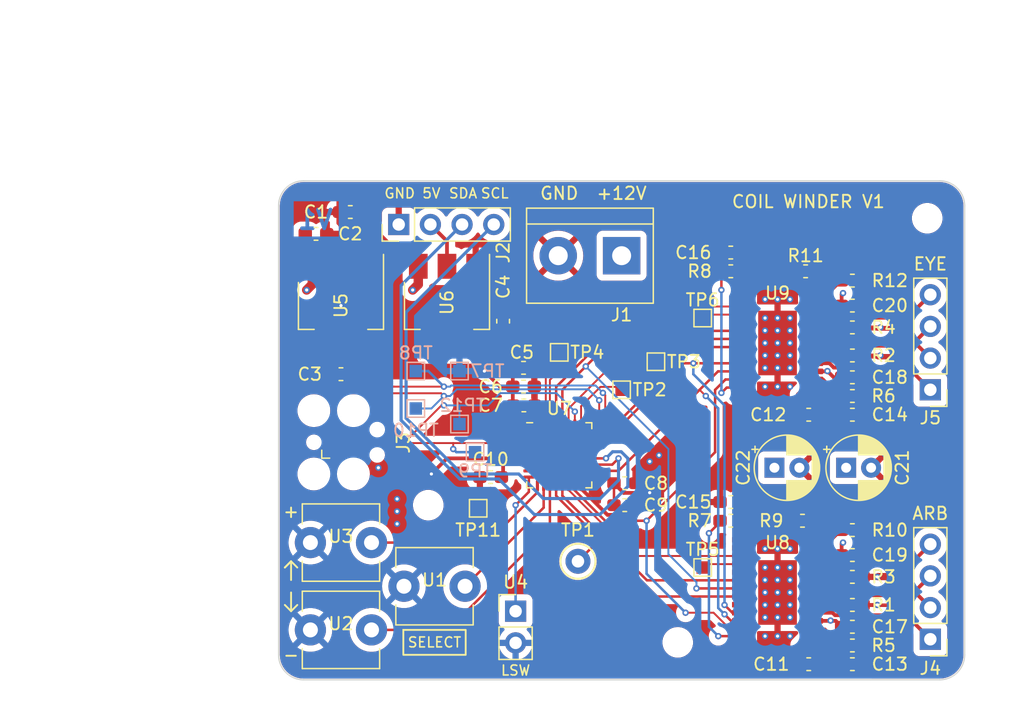
<source format=kicad_pcb>
(kicad_pcb (version 20221018) (generator pcbnew)
  (title_block (title "coilwinder") (rev "0.0") (company "SK Electronics Consuling LLC") (comment 1 "Client: __________"))
  (layers (0 "F.Cu" signal) (1 "In1.Cu" signal) (2 "In2.Cu" signal) (31 "B.Cu" signal) (36 "B.SilkS" user "B.Silkscreen") (37 "F.SilkS" user "F.Silkscreen") (38 "B.Mask" user) (39 "F.Mask" user) (44 "Edge.Cuts" user))
  (net 0 "")
  (net 1 "VDD")
  (net 2 "GND")
  (net 3 "+3V3")
  (net 4 "+5V")
  (net 5 "/I2C_SDA")
  (net 6 "/I2C_SCL")
  (net 7 "/SWDIO{slash}TMS")
  (net 8 "/NRST")
  (net 9 "/SWCLK{slash}TCK")
  (net 10 "/SWO{slash}TDO")
  (net 11 "/StepperDriver_ARBOR/A1_A")
  (net 12 "/StepperDriver_ARBOR/A2_A")
  (net 13 "/StepperDriver_ARBOR/B2_A")
  (net 14 "/StepperDriver_ARBOR/B1_A")
  (net 15 "/SEL_BTN")
  (net 16 "/DEC_BTN")
  (net 17 "/INC_BTN")
  (net 18 "/LIMIT_SW")
  (net 19 "/EYE_STEPPER_STP")
  (net 20 "/ARBOR_STEPPER_STP")
  (net 21 "/STEPPER_ENABLE")
  (net 22 "/MICROSTEP_M0")
  (net 23 "/MICROSTEP_M1")
  (net 24 "/MICROSTEP_M2")
  (net 25 "/EYE_STEPPER_SLP")
  (net 26 "/EYE_STEPPER_DIR")
  (net 27 "/ARBOR_STEPPER_DIR")
  (net 28 "Net-(U8-CP2)")
  (net 29 "Net-(U8-CP1)")
  (net 30 "Net-(U9-CP2)")
  (net 31 "Net-(U9-CP1)")
  (net 32 "Net-(U8-VCP)")
  (net 33 "Net-(U9-VCP)")
  (net 34 "Net-(U8-V3P3OUT)")
  (net 35 "Net-(U9-V3P3OUT)")
  (net 36 "/StepperDriver_EYE/A1_A")
  (net 37 "/StepperDriver_EYE/A2_A")
  (net 38 "/StepperDriver_EYE/B2_A")
  (net 39 "/StepperDriver_EYE/B1_A")
  (net 40 "Net-(U8-ISENA)")
  (net 41 "Net-(U9-ISENA)")
  (net 42 "Net-(U8-ISENB)")
  (net 43 "Net-(U9-ISENB)")
  (net 44 "Net-(U8-nHOME)")
  (net 45 "Net-(U9-nHOME)")
  (net 46 "Net-(U8-AVREF)")
  (net 47 "Net-(U9-AVREF)")
  (net 48 "Net-(U7-PA15{slash}JTDI)")
  (net 49 "Net-(U7-PB4{slash}NJRST)")
  (net 50 "Net-(U7-PH3{slash}BOOT0)")
  (net 51 "Net-(U8-nFAULT)")
  (net 52 "Net-(U9-nFAULT)")
  (net 63 "/ARBOR_STEPPER_SLP")
  (footprint "CoilWinder:TL1150AF070Q Switch" (layer "F.Cu") (at 130 107)
    (fp_text reference "U3")
    (fp_text value "~")
  )
  (footprint "Capacitor_SMD:C_0603_1608Metric_Pad1.08x0.95mm_HandSolder" (layer "F.Cu") (at 171 89.75)
    (fp_text reference "R4")
    (fp_text value "200mΩ")
  )
  (footprint "Capacitor_SMD:C_0603_1608Metric_Pad1.08x0.95mm_HandSolder" (layer "F.Cu") (at 171 113.75 180)
    (fp_text reference "C17")
    (fp_text value "0.1uF")
  )
  (footprint "Capacitor_SMD:C_0603_1608Metric_Pad1.08x0.95mm_HandSolder" (layer "F.Cu") (at 171 88 180)
    (fp_text reference "C20")
    (fp_text value "0.1uF")
  )
  (footprint "Capacitor_SMD:C_0603_1608Metric_Pad1.08x0.95mm_HandSolder" (layer "F.Cu") (at 143 89.25 -90)
    (fp_text reference "C4")
    (fp_text value "22uF")
  )
  (footprint "Capacitor_SMD:C_0603_1608Metric_Pad1.08x0.95mm_HandSolder" (layer "F.Cu") (at 167.5 116.75 180)
    (fp_text reference "C11")
    (fp_text value "0.1uF")
  )
  (footprint "CoilWinder:DRV8825" (layer "F.Cu") (at 165 91 180)
    (fp_text reference "U9")
    (fp_text value "HTSSOP (28) 9.70 mm × 6.40 mm")
  )
  (footprint "Package_DFN_QFN:UFQFPN-32-1EP_5x5mm_P0.5mm_EP3.5x3.5mm" (layer "F.Cu") (at 147.5 100)
    (fp_text reference "U7")
    (fp_text value "STM32L432KC")
  )
  (footprint "TestPoint:TestPoint_Pad_1.0x1.0mm" (layer "F.Cu") (at 155.25 92.5)
    (fp_text reference "TP3")
    (fp_text value "TestPoint")
  )
  (footprint "Capacitor_SMD:C_0603_1608Metric_Pad1.08x0.95mm_HandSolder" (layer "F.Cu") (at 171 109.75)
    (fp_text reference "R3")
    (fp_text value "200mΩ")
  )
  (footprint "Capacitor_SMD:C_0603_1608Metric_Pad1.08x0.95mm_HandSolder" (layer "F.Cu") (at 144.6375 92.99 180)
    (fp_text reference "C5")
    (fp_text value "0.01uF")
  )
  (footprint "Capacitor_SMD:C_0603_1608Metric_Pad1.08x0.95mm_HandSolder" (layer "F.Cu") (at 144.6375 94.49 180)
    (fp_text reference "C6")
    (fp_text value "0.1uF")
  )
  (footprint "MountingHole:MountingHole_2.2mm_M2" (layer "F.Cu") (at 157 115)
    (fp_text reference "H3" hide)
    (fp_text value "MountingHole")
  )
  (footprint "CoilWinder:TL1150AF070Q Switch" (layer "F.Cu") (at 130 114)
    (fp_text reference "U2")
    (fp_text value "~")
  )
  (footprint "Capacitor_SMD:C_0603_1608Metric_Pad1.08x0.95mm_HandSolder" (layer "F.Cu") (at 171 115.25)
    (fp_text reference "R5")
    (fp_text value "1MΩ")
  )
  (footprint "Capacitor_SMD:C_0603_1608Metric_Pad1.08x0.95mm_HandSolder" (layer "F.Cu") (at 161.25 103.75 180)
    (fp_text reference "C15")
    (fp_text value "0.47uF")
  )
  (footprint "Connector_PinHeader_2.54mm:PinHeader_1x04_P2.54mm_Vertical" (layer "F.Cu") (at 134.63 81.5 90)
    (fp_text reference "J2")
    (fp_text value "LCD")
  )
  (footprint "Capacitor_SMD:C_0603_1608Metric_Pad1.08x0.95mm_HandSolder" (layer "F.Cu") (at 130.75 80.5 180)
    (fp_text reference "C1")
    (fp_text value "10uF")
  )
  (footprint "MountingHole:MountingHole_2.2mm_M2" (layer "F.Cu") (at 177 81)
    (fp_text reference "H1" hide)
    (fp_text value "MountingHole")
  )
  (footprint "Capacitor_THT:CP_Radial_D5.0mm_P2.00mm" (layer "F.Cu") (at 164.75 101)
    (fp_text reference "C22")
    (fp_text value "100uF")
  )
  (footprint "Capacitor_SMD:C_0603_1608Metric_Pad1.08x0.95mm_HandSolder" (layer "F.Cu") (at 171 93.75 180)
    (fp_text reference "C18")
    (fp_text value "0.1uF")
  )
  (footprint "CoilWinder:TL1150AF070Q Switch" (layer "F.Cu") (at 137.5 110.5)
    (fp_text reference "U1")
    (fp_text value "~")
  )
  (footprint "Capacitor_SMD:C_0603_1608Metric_Pad1.08x0.95mm_HandSolder" (layer "F.Cu") (at 171 92)
    (fp_text reference "R2")
    (fp_text value "200mΩ")
  )
  (footprint "Connector_PinHeader_2.54mm:PinHeader_1x04_P2.54mm_Vertical" (layer "F.Cu") (at 177.25 94.75 180)
    (fp_text reference "J5")
    (fp_text value "Arbor Stepper Conn")
  )
  (footprint "Connector_PinHeader_2.54mm:PinHeader_1x02_P2.54mm_Vertical" (layer "F.Cu") (at 144 112.5)
    (fp_text reference "U4")
    (fp_text value "~")
  )
  (footprint "Connector_PinHeader_2.54mm:PinHeader_1x04_P2.54mm_Vertical" (layer "F.Cu") (at 177.25 114.75 180)
    (fp_text reference "J4")
    (fp_text value "Arbor Stepper Conn")
  )
  (footprint "Capacitor_SMD:C_0603_1608Metric_Pad1.08x0.95mm_HandSolder" (layer "F.Cu") (at 142 101.75)
    (fp_text reference "C10")
    (fp_text value "0.1uF")
  )
  (footprint "Capacitor_SMD:C_0603_1608Metric_Pad1.08x0.95mm_HandSolder" (layer "F.Cu") (at 144.6625 96 180)
    (fp_text reference "C7")
    (fp_text value "1uF")
  )
  (footprint "Capacitor_SMD:C_0603_1608Metric_Pad1.08x0.95mm_HandSolder" (layer "F.Cu") (at 171 116.75 180)
    (fp_text reference "C13")
    (fp_text value "0.1uF")
  )
  (footprint "TestPoint:TestPoint_Pad_1.0x1.0mm" (layer "F.Cu") (at 159 89)
    (fp_text reference "TP6")
    (fp_text value " TestPoint")
  )
  (footprint "Capacitor_SMD:C_0603_1608Metric_Pad1.08x0.95mm_HandSolder" (layer "F.Cu") (at 130 93.5)
    (fp_text reference "C3")
    (fp_text value "22uF")
  )
  (footprint "Capacitor_SMD:C_0603_1608Metric_Pad1.08x0.95mm_HandSolder" (layer "F.Cu") (at 171 106)
    (fp_text reference "R10")
    (fp_text value "30kΩ")
  )
  (footprint "CoilWinder:DRV8825" (layer "F.Cu") (at 165 111 180)
    (fp_text reference "U8")
    (fp_text value "HTSSOP (28) 9.70 mm × 6.40 mm")
  )
  (footprint "TestPoint:TestPoint_Pad_1.0x1.0mm" (layer "F.Cu") (at 141 104.25 90)
    (fp_text reference "TP11")
    (fp_text value "TestPoint")
  )
  (footprint "Package_TO_SOT_SMD:SOT-223-3_TabPin2" (layer "F.Cu") (at 130 88 -90)
    (fp_text reference "U5")
    (fp_text value "AZ1117C")
  )
  (footprint "Capacitor_SMD:C_0603_1608Metric_Pad1.08x0.95mm_HandSolder" (layer "F.Cu") (at 128 82.25)
    (fp_text reference "C2")
    (fp_text value "10uF")
  )
  (footprint "Capacitor_SMD:C_0603_1608Metric_Pad1.08x0.95mm_HandSolder" (layer "F.Cu") (at 152.75 102.24 180)
    (fp_text reference "C8")
    (fp_text value "0.1uF")
  )
  (footprint "Capacitor_SMD:C_0603_1608Metric_Pad1.08x0.95mm_HandSolder" (layer "F.Cu") (at 171 112)
    (fp_text reference "R1")
    (fp_text value "200mΩ")
  )
  (footprint "TestPoint:TestPoint_Keystone_5000-5004_Miniature" (layer "F.Cu") (at 149 108.5)
    (fp_text reference "TP1")
    (fp_text value "TestPoint")
  )
  (footprint "Capacitor_SMD:C_0603_1608Metric_Pad1.08x0.95mm_HandSolder" (layer "F.Cu") (at 167.25 85.25)
    (fp_text reference "R11")
    (fp_text value "50kΩ")
  )
  (footprint "Capacitor_SMD:C_0603_1608Metric_Pad1.08x0.95mm_HandSolder" (layer "F.Cu") (at 171 108 180)
    (fp_text reference "C19")
    (fp_text value "0.1uF")
  )
  (footprint "Capacitor_SMD:C_0603_1608Metric_Pad1.08x0.95mm_HandSolder" (layer "F.Cu") (at 171 96.75 180)
    (fp_text reference "C14")
    (fp_text value "0.1uF")
  )
  (footprint "Capacitor_SMD:C_0603_1608Metric_Pad1.08x0.95mm_HandSolder" (layer "F.Cu") (at 161.25 105.25)
    (fp_text reference "R7")
    (fp_text value "10kΩ")
  )
  (footprint "Capacitor_SMD:C_0603_1608Metric_Pad1.08x0.95mm_HandSolder" (layer "F.Cu") (at 171 86)
    (fp_text reference "R12")
    (fp_text value "30kΩ")
  )
  (footprint "Capacitor_SMD:C_0603_1608Metric_Pad1.08x0.95mm_HandSolder" (layer "F.Cu") (at 161.25 83.75 180)
    (fp_text reference "C16")
    (fp_text value "0.47uF")
  )
  (footprint "Capacitor_SMD:C_0603_1608Metric_Pad1.08x0.95mm_HandSolder" (layer "F.Cu") (at 167 105.25)
    (fp_text reference "R9")
    (fp_text value "50kΩ")
  )
  (footprint "Package_TO_SOT_SMD:SOT-223-3_TabPin2" (layer "F.Cu") (at 138.5 88 -90)
    (fp_text reference "U6")
    (fp_text value "AZ1117C")
  )
  (footprint "Capacitor_THT:CP_Radial_D5.0mm_P2.00mm" (layer "F.Cu") (at 170.5 101)
    (fp_text reference "C21")
    (fp_text value "100uF")
  )
  (footprint "Connector:Tag-Connect_TC2030-IDC-FP_2x03_P1.27mm_Vertical" (layer "F.Cu") (at 130.365 98.96)
    (fp_text reference "J3")
    (fp_text value "TagConnect")
  )
  (footprint "TestPoint:TestPoint_Pad_1.0x1.0mm" (layer "F.Cu") (at 147.5 91.75)
    (fp_text reference "TP4")
    (fp_text value "TestPoint")
  )
  (footprint "Capacitor_SMD:C_0603_1608Metric_Pad1.08x0.95mm_HandSolder" (layer "F.Cu") (at 167.5 96.75 180)
    (fp_text reference "C12")
    (fp_text value "0.1uF")
  )
  (footprint "MountingHole:MountingHole_2.2mm_M2" (layer "F.Cu") (at 137 104)
    (fp_text reference "H2" hide)
    (fp_text value "MountingHole")
  )
  (footprint "Capacitor_SMD:C_0603_1608Metric_Pad1.08x0.95mm_HandSolder" (layer "F.Cu") (at 171 95.25)
    (fp_text reference "R6")
    (fp_text value "1MΩ")
  )
  (footprint "Capacitor_SMD:C_0603_1608Metric_Pad1.08x0.95mm_HandSolder" (layer "F.Cu") (at 161.25 85.25)
    (fp_text reference "R8")
    (fp_text value "10kΩ")
  )
  (footprint "TerminalBlock:TerminalBlock_bornier-2_P5.08mm" (layer "F.Cu") (at 152.5 84 180)
    (fp_text reference "J1")
    (fp_text value "12V+ Power Conn")
  )
  (footprint "TestPoint:TestPoint_Pad_1.0x1.0mm" (layer "F.Cu") (at 159 109)
    (fp_text reference "TP5")
    (fp_text value " TestPoint")
  )
  (footprint "TestPoint:TestPoint_Pad_1.0x1.0mm" (layer "F.Cu") (at 152.5 94.75)
    (fp_text reference "TP2")
    (fp_text value "TestPoint")
  )
  (footprint "Capacitor_SMD:C_0603_1608Metric_Pad1.08x0.95mm_HandSolder" (layer "F.Cu") (at 152.75 104 180)
    (fp_text reference "C9")
    (fp_text value "4.7uF")
  )
  (footprint "TestPoint:TestPoint_Pad_1.0x1.0mm" (layer "B.Cu") (at 140.75 99.75 180)
    (fp_text reference "TP9")
    (fp_text value "TestPoint")
  )
  (footprint "TestPoint:TestPoint_Pad_1.0x1.0mm" (layer "B.Cu") (at 139.5 97.5 180)
    (fp_text reference "TP12")
    (fp_text value "TestPoint")
  )
  (footprint "TestPoint:TestPoint_Pad_1.0x1.0mm" (layer "B.Cu") (at 136 93.25 180)
    (fp_text reference "TP8")
    (fp_text value "TestPoint")
  )
  (footprint "TestPoint:TestPoint_Pad_1.0x1.0mm" (layer "B.Cu") (at 139.5 93.25 180)
    (fp_text reference "TP7")
    (fp_text value "TestPoint")
  )
  (footprint "TestPoint:TestPoint_Pad_1.0x1.0mm" (layer "B.Cu") (at 136 96.25 180)
    (fp_text reference "TP10")
    (fp_text value "TestPoint")
  )
  (gr_line (start 126 108.5) (end 125.5 109) (stroke (width 0.15)) (layer "F.SilkS"))
  (gr_line (start 126 111) (end 126 112.5) (stroke (width 0.15)) (layer "F.SilkS"))
  (gr_line (start 126 112.5) (end 125.5 112) (stroke (width 0.15)) (layer "F.SilkS"))
  (gr_line (start 126 110) (end 126 108.5) (stroke (width 0.15)) (layer "F.SilkS"))
  (gr_line (start 125.5 109) (end 126 108.5) (stroke (width 0.15)) (layer "F.SilkS"))
  (gr_line (start 126.5 112) (end 126 112.5) (stroke (width 0.15)) (layer "F.SilkS"))
  (gr_line (start 126 108.5) (end 126.5 109) (stroke (width 0.15)) (layer "F.SilkS"))
  (gr_rect (start 135 114) (end 140 116) (stroke (width 0.15)) (fill none) (layer "F.SilkS"))
  (gr_arc (start 125 80) (mid 125.585786 78.585786) (end 127 78) (stroke (width 0.1)) (layer "Edge.Cuts"))
  (gr_line (start 127 78) (end 178 78) (stroke (width 0.1)) (layer "Edge.Cuts"))
  (gr_arc (start 127 118) (mid 125.585786 117.414214) (end 125 116) (stroke (width 0.1)) (layer "Edge.Cuts"))
  (gr_line (start 125 80) (end 125 116) (stroke (width 0.1)) (layer "Edge.Cuts"))
  (gr_line (start 178 118) (end 127 118) (stroke (width 0.1)) (layer "Edge.Cuts"))
  (gr_line (start 180 80) (end 180 116) (stroke (width 0.1)) (layer "Edge.Cuts"))
  (gr_arc (start 180 116) (mid 179.414214 117.414214) (end 178 118) (stroke (width 0.1)) (layer "Edge.Cuts"))
  (gr_arc (start 178 78) (mid 179.414214 78.585786) (end 180 80) (stroke (width 0.1)) (layer "Edge.Cuts"))
  (gr_text "V1" (at 129.5 82) (layer "B.Cu") (effects (font (size 1.5 1.5) (thickness 0.3) bold) (justify left bottom mirror)))
  (gr_text "GND" (at 134.71 79) (layer "F.SilkS") (effects (font (size 0.8 0.8) (thickness 0.127))))
  (gr_text "+12V" (at 152.5 79) (layer "F.SilkS") (effects (font (size 1 1))))
  (gr_text "EYE" (at 177.25 85.25) (layer "F.SilkS") (effects (font (size 1 1)) (justify bottom)))
  (gr_text "SCL" (at 142.33 79) (layer "F.SilkS") (effects (font (size 0.8 0.8) (thickness 0.127))))
  (gr_text "-" (at 126 116) (layer "F.SilkS") (effects (font (size 1 1))))
  (gr_text "GND" (at 147.5 79) (layer "F.SilkS") (effects (font (size 1 1))))
  (gr_text "LSW" (at 144 117.25) (layer "F.SilkS") (effects (font (size 0.8 0.8) (thickness 0.127))))
  (gr_text "ARB" (at 177.25 105.25) (layer "F.SilkS") (effects (font (size 1 1)) (justify bottom)))
  (gr_text "SDA" (at 139.79 79) (layer "F.SilkS") (effects (font (size 0.8 0.8) (thickness 0.127))))
  (gr_text "SELECT" (at 137.5 115) (layer "F.SilkS") (effects (font (size 0.8 0.8) (thickness 0.127))))
  (gr_text "+" (at 126 104.5) (layer "F.SilkS") (effects (font (size 1 1))))
  (gr_text "5V" (at 137.25 79) (layer "F.SilkS") (effects (font (size 0.8 0.8) (thickness 0.127))))
  (gr_text "COIL WINDER V1" (at 161.25 80.25) (layer "F.SilkS") (effects (font (size 1 1)) (justify left bottom)))
  (segment (start 135.6752 84.85) (end 136.2 84.85) (width 0.3) (layer "F.Cu") (net 1))
  (segment (start 169.221676 108.725) (end 169.946676 108) (width 0.3) (layer "F.Cu") (net 1))
  (segment (start 168.975 93.275) (end 169 93.25) (width 0.3) (layer "F.Cu") (net 1))
  (segment (start 127.1375 82.25) (end 127.7 82.8125) (width 0.25) (layer "F.Cu") (net 1))
  (segment (start 136.2 86.3) (end 135.75 86.75) (width 0.75) (layer "F.Cu") (net 1))
  (segment (start 171.8625 95.25) (end 171.6375 95.25) (width 0.3) (layer "F.Cu") (net 1))
  (segment (start 167.9 108.725) (end 169.221676 108.725) (width 0.3) (layer "F.Cu") (net 1))
  (segment (start 131.6125 80.7873) (end 135.6752 84.85) (width 0.3) (layer "F.Cu") (net 1))
  (segment (start 170.1375 113.75) (end 170.3625 113.75) (width 0.3) (layer "F.Cu") (net 1))
  (segment (start 171.8625 95.25) (end 171.8625 96.75) (width 0.3) (layer "F.Cu") (net 1))
  (segment (start 169.358579 88) (end 170.1375 88) (width 0.3) (layer "F.Cu") (net 1))
  (segment (start 169.5 93.75) (end 169 93.25) (width 0.3) (layer "F.Cu") (net 1))
  (segment (start 127.7 82.8125) (end 127.7 84.85) (width 0.25) (layer "F.Cu") (net 1))
  (segment (start 169.25 113.25) (end 169.225 113.275) (width 0.3) (layer "F.Cu") (net 1))
  (segment (start 127.7 86.3) (end 127.25 86.75) (width 0.75) (layer "F.Cu") (net 1))
  (segment (start 127.7 84.85) (end 127.7 86.3) (width 0.75) (layer "F.Cu") (net 1))
  (segment (start 170.1375 93.75) (end 169.5 93.75) (width 0.3) (layer "F.Cu") (net 1))
  (segment (start 170.1375 108) (end 170.1375 107.1125) (width 0.3) (layer "F.Cu") (net 1))
  (segment (start 136.2 84.85) (end 136.2 86.3) (width 0.75) (layer "F.Cu") (net 1))
  (segment (start 171.8625 116.75) (end 171.8625 115.25) (width 0.3) (layer "F.Cu") (net 1))
  (segment (start 169.946676 108) (end 170.1375 108) (width 0.3) (layer "F.Cu") (net 1))
  (segment (start 169.6625 113.275) (end 169.275 113.275) (width 0.3) (layer "F.Cu") (net 1))
  (segment (start 169.225 113.275) (end 167.9 113.275) (width 0.3) (layer "F.Cu") (net 1))
  (segment (start 170.1375 107.1125) (end 170.25 107) (width 0.3) (layer "F.Cu") (net 1))
  (segment (start 170.1375 113.75) (end 169.6625 113.275) (width 0.3) (layer "F.Cu") (net 1))
  (segment (start 171.6375 95.25) (end 170.1375 93.75) (width 0.3) (layer "F.Cu") (net 1))
  (segment (start 170.1375 88) (end 170.1375 87.1125) (width 0.3) (layer "F.Cu") (net 1))
  (segment (start 169.275 113.275) (end 169.25 113.25) (width 0.3) (layer "F.Cu") (net 1))
  (segment (start 167.9 88.725) (end 168.633579 88.725) (width 0.3) (layer "F.Cu") (net 1))
  (segment (start 168.633579 88.725) (end 169.358579 88) (width 0.3) (layer "F.Cu") (net 1))
  (segment (start 167.9 93.275) (end 168.975 93.275) (width 0.3) (layer "F.Cu") (net 1))
  (segment (start 131.6125 80.5) (end 131.6125 80.7873) (width 0.3) (layer "F.Cu") (net 1))
  (segment (start 170.1375 87.1125) (end 170.25 87) (width 0.3) (layer "F.Cu") (net 1))
  (segment (start 170.3625 113.75) (end 171.8625 115.25) (width 0.3) (layer "F.Cu") (net 1))
  (via (at 127.25 86.75) (size 0.508) (drill 0.254) (layers "F.Cu" "B.Cu") (net 1))
  (via (at 135.75 86.75) (size 0.508) (drill 0.254) (layers "F.Cu" "B.Cu") (net 1))
  (via (at 170.25 107) (size 0.508) (drill 0.254) (layers "F.Cu" "B.Cu") (net 1))
  (via (at 169 93.25) (size 0.508) (drill 0.254) (layers "F.Cu" "B.Cu") (net 1))
  (via (at 169.25 113.25) (size 0.508) (drill 0.254) (layers "F.Cu" "B.Cu") (net 1))
  (via (at 170.25 87) (size 0.508) (drill 0.254) (layers "F.Cu" "B.Cu") (net 1))
  (segment (start 145.75 97.5625) (end 145.7524 97.5649) (width 0.2) (layer "F.Cu") (net 2))
  (segment (start 155.073667 102.2186) (end 155.5314 102.676333) (width 0.75) (layer "F.Cu") (net 2))
  (segment (start 163.275 115.225) (end 164 114.5) (width 0.45) (layer "F.Cu") (net 2))
  (segment (start 171.8625 113.75) (end 171.8625 113.8625) (width 0.3) (layer "F.Cu") (net 2))
  (segment (start 145.525 96) (end 145.525 97.3375) (width 0.3) (layer "F.Cu") (net 2))
  (segment (start 162.1 115.225) (end 163.275 115.225) (width 0.45) (layer "F.Cu") (net 2))
  (segment (start 171.8625 112) (end 173 112) (width 0.3) (layer "F.Cu") (net 2))
  (segment (start 171.8625 113.8625) (end 173 115) (width 0.3) (layer "F.Cu") (net 2))
  (segment (start 145.525 97.3375) (end 145.75 97.5625) (width 0.3) (layer "F.Cu") (net 2))
  (segment (start 167.9 86.775) (end 166.725 86.775) (width 0.45) (layer "F.Cu") (net 2))
  (segment (start 166.725 106.775) (end 166 107.5) (width 0.45) (layer "F.Cu") (net 2))
  (segment (start 145.7524 97.5649) (end 145.7524 98.2524) (width 0.2) (layer "F.Cu") (net 2))
  (segment (start 166.725 86.775) (end 166 87.5) (width 0.45) (layer "F.Cu") (net 2))
  (segment (start 154.855067 104) (end 153.6125 104) (width 0.75) (layer "F.Cu") (net 2))
  (segment (start 155.5314 103.323667) (end 154.855067 104) (width 0.75) (layer "F.Cu") (net 2))
  (segment (start 171.8625 109.75) (end 173 109.75) (width 0.3) (layer "F.Cu") (net 2))
  (segment (start 167.9 106.775) (end 166.725 106.775) (width 0.45) (layer "F.Cu") (net 2))
  (segment (start 131.635 99.727486) (end 132.907514 101) (width 0.2) (layer "F.Cu") (net 2))
  (segment (start 151.363866 104.7774) (end 152.8351 104.7774) (width 0.3) (layer "F.Cu") (net 2))
  (segment (start 131.635 99.595) (end 131.635 99.727486) (width 0.2) (layer "F.Cu") (net 2))
  (segment (start 152.8351 104.7774) (end 153.6125 104) (width 0.3) (layer "F.Cu") (net 2))
  (segment (start 149.25 102.663534) (end 151.363866 104.7774) (width 0.3) (layer "F.Cu") (net 2))
  (segment (start 171.8625 92) (end 173.25 92) (width 0.3) (layer "F.Cu") (net 2))
  (segment (start 162.1 95.225) (end 163.275 95.225) (width 0.45) (layer "F.Cu") (net 2))
  (segment (start 145.5 92.99) (end 145.5 95.975) (width 0.3) (layer "F.Cu") (net 2))
  (segment (start 145.5 95.975) (end 145.525 96) (width 0.3) (layer "F.Cu") (net 2))
  (segment (start 145.7524 98.2524) (end 147.5 100) (width 0.2) (layer "F.Cu") (net 2))
  (segment (start 149.25 102.4375) (end 149.25 102.663534) (width 0.3) (layer "F.Cu") (net 2))
  (segment (start 149.25 102.4375) (end 149.25 102.592822) (width 0.2) (layer "F.Cu") (net 2))
  (segment (start 163.275 95.225) (end 164 94.5) (width 0.45) (layer "F.Cu") (net 2))
  (segment (start 153.6339 102.2186) (end 155.073667 102.2186) (width 0.75) (layer "F.Cu") (net 2))
  (segment (start 153.6125 102.24) (end 153.6339 102.2186) (width 0.75) (layer "F.Cu") (net 2))
  (segment (start 132.907514 101) (end 133 101) (width 0.2) (layer "F.Cu") (net 2))
  (segment (start 155.5314 102.676333) (end 155.5314 103.323667) (width 0.75) (layer "F.Cu") (net 2))
  (segment (start 171.8625 89.75) (end 173.25 89.75) (width 0.3) (layer "F.Cu") (net 2))
  (via (at 165 91) (size 0.508) (drill 0.254) (layers "F.Cu" "B.Cu") (net 2))
  (via (at 133 101) (size 0.508) (drill 0.254) (layers "F.Cu" "B.Cu") (net 2))
  (via (at 164 112) (size 0.508) (drill 0.254) (layers "F.Cu" "B.Cu") (net 2))
  (via (at 166 113) (size 0.508) (drill 0.254) (layers "F.Cu" "B.Cu") (net 2))
  (via (at 164 92) (size 0.508) (drill 0.254) (layers "F.Cu" "B.Cu") (net 2))
  (via (at 166 87.5) (size 0.508) (drill 0.254) (layers "F.Cu" "B.Cu") (net 2))
  (via (at 155.5 100) (size 0.508) (drill 0.254) (layers "F.Cu" "B.Cu") (net 2))
  (via (at 164 90) (size 0.508) (drill 0.254) (layers "F.Cu" "B.Cu") (net 2))
  (via (at 164 109) (size 0.508) (drill 0.254) (layers "F.Cu" "B.Cu") (net 2))
  (via (at 165 90) (size 0.508) (drill 0.254) (layers "F.Cu" "B.Cu") (net 2))
  (via (at 165 93) (size 0.508) (drill 0.254) (layers "F.Cu" "B.Cu") (net 2))
  (via (at 164 111) (size 0.508) (drill 0.254) (layers "F.Cu" "B.Cu") (net 2))
  (via (at 166 91) (size 0.508) (drill 0.254) (layers "F.Cu" "B.Cu") (net 2))
  (via (at 164 110) (size 0.508) (drill 0.254) (layers "F.Cu" "B.Cu") (net 2))
  (via (at 164 89) (size 0.508) (drill 0.254) (layers "F.Cu" "B.Cu") (net 2))
  (via (at 165 92) (size 0.508) (drill 0.254) (layers "F.Cu" "B.Cu") (net 2))
  (via (at 166 93) (size 0.508) (drill 0.254) (layers "F.Cu" "B.Cu") (net 2))
  (via (at 165 87.5) (size 0.508) (drill 0.254) (layers "F.Cu" "B.Cu") (net 2))
  (via (at 165 109) (size 0.508) (drill 0.254) (layers "F.Cu" "B.Cu") (net 2))
  (via (at 166 114.5) (size 0.508) (drill 0.254) (layers "F.Cu" "B.Cu") (net 2))
  (via (at 165 111) (size 0.508) (drill 0.254) (layers "F.Cu" "B.Cu") (net 2))
  (via (at 166 90) (size 0.508) (drill 0.254) (layers "F.Cu" "B.Cu") (net 2))
  (via (at 173.25 89.75) (size 0.508) (drill 0.254) (layers "F.Cu" "B.Cu") (net 2))
  (via (at 134.5 103.5) (size 0.508) (drill 0.254) (layers "F.Cu" "B.Cu") (net 2))
  (via (at 165 112) (size 0.508) (drill 0.254) (layers "F.Cu" "B.Cu") (net 2))
  (via (at 164 107.5) (size 0.508) (drill 0.254) (layers "F.Cu" "B.Cu") (net 2))
  (via (at 165 89) (size 0.508) (drill 0.254) (layers "F.Cu" "B.Cu") (net 2))
  (via (at 165 94.5) (size 0.508) (drill 0.254) (layers "F.Cu" "B.Cu") (net 2))
  (via (at 164 87.5) (size 0.508) (drill 0.254) (layers "F.Cu" "B.Cu") (net 2))
  (via (at 165 113) (size 0.508) (drill 0.254) (layers "F.Cu" "B.Cu") (net 2))
  (via (at 173.25 92) (size 0.508) (drill 0.254) (layers "F.Cu" "B.Cu") (net 2))
  (via (at 173 109.75) (size 0.508) (drill 0.254) (layers "F.Cu" "B.Cu") (net 2))
  (via (at 164 93) (size 0.508) (drill 0.254) (layers "F.Cu" "B.Cu") (net 2))
  (via (at 164 113) (size 0.508) (drill 0.254) (layers "F.Cu" "B.Cu") (net 2))
  (via (at 165 107.5) (size 0.508) (drill 0.254) (layers "F.Cu" "B.Cu") (net 2))
  (via (at 154.75 100.5) (size 0.508) (drill 0.254) (layers "F.Cu" "B.Cu") (net 2))
  (via (at 165 114.5) (size 0.508) (drill 0.254) (layers "F.Cu" "B.Cu") (net 2))
  (via (at 164 94.5) (size 0.508) (drill 0.254) (layers "F.Cu" "B.Cu") (net 2))
  (via (at 166 110) (size 0.508) (drill 0.254) (layers "F.Cu" "B.Cu") (net 2))
  (via (at 134.5 104.5) (size 0.508) (drill 0.254) (layers "F.Cu" "B.Cu") (net 2))
  (via (at 164 91) (size 0.508) (drill 0.254) (layers "F.Cu" "B.Cu") (net 2))
  (via (at 166 92) (size 0.508) (drill 0.254) (layers "F.Cu" "B.Cu") (net 2))
  (via (at 165 110) (size 0.508) (drill 0.254) (layers "F.Cu" "B.Cu") (net 2))
  (via (at 164 114.5) (size 0.508) (drill 0.254) (layers "F.Cu" "B.Cu") (net 2))
  (via (at 166 89) (size 0.508) (drill 0.254) (layers "F.Cu" "B.Cu") (net 2))
  (via (at 134.5 105.5) (size 0.508) (drill 0.254) (layers "F.Cu" "B.Cu") (net 2))
  (via (at 166 107.5) (size 0.508) (drill 0.254) (layers "F.Cu" "B.Cu") (net 2))
  (via (at 166 109) (size 0.508) (drill 0.254) (layers "F.Cu" "B.Cu") (net 2))
  (via (at 173 112) (size 0.508) (drill 0.254) (layers "F.Cu" "B.Cu") (net 2))
  (via (at 166 111) (size 0.508) (drill 0.254) (layers "F.Cu" "B.Cu") (net 2))
  (via (at 166 94.5) (size 0.508) (drill 0.254) (layers "F.Cu" "B.Cu") (net 2))
  (via (at 166 112) (size 0.508) (drill 0.254) (layers "F.Cu" "B.Cu") (net 2))
  (segment (start 129.1375 92.0125) (end 130 91.15) (width 0.3) (layer "F.Cu") (net 3))
  (segment (start 151.8875 102.24) (end 151.8875 104) (width 0.2) (layer "F.Cu") (net 3))
  (segment (start 130 84.85) (end 130 88) (width 0.75) (layer "F.Cu") (net 3))
  (segment (start 151.8875 102.24) (end 152.6649 103.0174) (width 0.3) (layer "F.Cu") (net 3))
  (segment (start 143.5 100.25) (end 138.5 100.25) (width 0.3) (layer "F.Cu") (net 3))
  (segment (start 129.488699 105.061301) (end 127.55 107) (width 0.25) (layer "F.Cu") (net 3))
  (segment (start 129.095 99.595) (end 129.488699 99.988699) (width 0.25) (layer "F.Cu") (net 3))
  (segment (start 143 101.6125) (end 142.8625 101.75) (width 0.3) (layer "F.Cu") (net 3))
  (segment (start 152.6649 103.0174) (end 154.7326 103.0174) (width 0.3) (layer "F.Cu") (net 3))
  (segment (start 130 91.15) (end 130 88) (width 0.75) (layer "F.Cu") (net 3))
  (segment (start 142.74 94.49) (end 141.5 93.25) (width 0.3) (layer "F.Cu") (net 3))
  (segment (start 143.8 96) (end 143.8 96.9875) (width 0.3) (layer "F.Cu") (net 3))
  (segment (start 129.488699 103.25) (end 129.488699 105.061301) (width 0.25) (layer "F.Cu") (net 3))
  (segment (start 138.5 100.25) (end 137.25 101.5) (width 0.3) (layer "F.Cu") (net 3))
  (segment (start 129.488699 99.988699) (end 129.488699 103.25) (width 0.25) (layer "F.Cu") (net 3))
  (segment (start 149.9375 101.75) (end 151.3975 101.75) (width 0.3) (layer "F.Cu") (net 3))
  (segment (start 151.3975 101.75) (end 151.8875 102.24) (width 0.3) (layer "F.Cu") (net 3))
  (segment (start 143.775 94.49) (end 142.74 94.49) (width 0.3) (layer "F.Cu") (net 3))
  (segment (start 143 100.75) (end 143 101.6125) (width 0.3) (layer "F.Cu") (net 3))
  (segment (start 143.8 96.9875) (end 145.0625 98.25) (width 0.3) (layer "F.Cu") (net 3))
  (segment (start 143.662147 95.862147) (end 143.8 96) (width 0.3) (layer "F.Cu") (net 3))
  (segment (start 154.7326 103.0174) (end 154.75 103) (width 0.3) (layer "F.Cu") (net 3))
  (segment (start 143.5 100.25) (end 145.0625 100.25) (width 0.3) (layer "F.Cu") (net 3))
  (segment (start 143 100.75) (end 143.5 100.25) (width 0.3) (layer "F.Cu") (net 3))
  (segment (start 143.775 92.99) (end 143.775 95.975) (width 0.3) (layer "F.Cu") (net 3))
  (segment (start 143.775 95.975) (end 143.8 96) (width 0.3) (layer "F.Cu") (net 3))
  (segment (start 129.1375 93.5) (end 129.1375 92.0125) (width 0.3) (layer "F.Cu") (net 3))
  (via (at 141.5 93.25) (size 0.508) (drill 0.254) (layers "F.Cu" "B.Cu") (net 3))
  (via (at 137.25 101.5) (size 0.508) (drill 0.254) (layers "F.Cu" "B.Cu") (net 3))
  (via (at 154.75 103) (size 0.508) (drill 0.254) (layers "F.Cu" "B.Cu") (net 3))
  (via (at 130 88) (size 0.508) (drill 0.254) (layers "F.Cu" "B.Cu") (net 3))
  (segment (start 139.5 93.25) (end 141.5 93.25) (width 0.3) (layer "B.Cu") (net 3))
  (segment (start 138.5 91.15) (end 140.2375 91.15) (width 0.25) (layer "F.Cu") (net 4))
  (segment (start 140.2375 91.15) (end 143 88.3875) (width 0.25) (layer "F.Cu") (net 4))
  (segment (start 138.5 84.85) (end 142.0375 88.3875) (width 0.25) (layer "F.Cu") (net 4))
  (segment (start 138.5 84.85) (end 138.5 82.83) (width 0.3) (layer "F.Cu") (net 4))
  (segment (start 138.5 82.83) (end 137.17 81.5) (width 0.3) (layer "F.Cu") (net 4))
  (segment (start 142.0375 88.3875) (end 143 88.3875) (width 0.25) (layer "F.Cu") (net 4))
  (segment (start 151.2441 100.25) (end 149.9375 100.25) (width 0.2) (layer "F.Cu") (net 5))
  (segment (start 151.25 100.2441) (end 151.2441 100.25) (width 0.2) (layer "F.Cu") (net 5))
  (via (at 151.25 100.2441) (size 0.508) (drill 0.254) (layers "F.Cu" "B.Cu") (net 5))
  (segment (start 134.8202 97.19408) (end 134.8202 86.3898) (width 0.25) (layer "B.Cu") (net 5))
  (segment (start 145.501514 104.75) (end 142.653914 101.9024) (width 0.25) (layer "B.Cu") (net 5))
  (segment (start 152.470114 99.7186) (end 153 100.248486) (width 0.25) (layer "B.Cu") (net 5))
  (segment (start 151.7755 99.7186) (end 152.470114 99.7186) (width 0.25) (layer "B.Cu") (net 5))
  (segment (start 150.751514 104.75) (end 145.501514 104.75) (width 0.25) (layer "B.Cu") (net 5))
  (segment (start 134.8202 86.3898) (end 139.71 81.5) (width 0.25) (layer "B.Cu") (net 5))
  (segment (start 153 100.248486) (end 153 102.501514) (width 0.25) (layer "B.Cu") (net 5))
  (segment (start 151.25 100.2441) (end 151.7755 99.7186) (width 0.25) (layer "B.Cu") (net 5))
  (segment (start 139.528521 101.902401) (end 134.8202 97.19408) (width 0.25) (layer "B.Cu") (net 5))
  (segment (start 142.653914 101.9024) (end 139.528521 101.902401) (width 0.25) (layer "B.Cu") (net 5))
  (segment (start 153 102.501514) (end 150.751514 104.75) (width 0.25) (layer "B.Cu") (net 5))
  (segment (start 151.75 100.75) (end 149.9375 100.75) (width 0.2) (layer "F.Cu") (net 6))
  (segment (start 152.25 100.25) (end 151.75 100.75) (width 0.2) (layer "F.Cu") (net 6))
  (via (at 152.25 100.25) (size 0.508) (drill 0.254) (layers "F.Cu" "B.Cu") (net 6))
  (segment (start 135.2226 97.0274) (end 135.2226 88.5274) (width 0.25) (layer "B.Cu") (net 6))
  (segment (start 152.25 100.25) (end 152.25 102.001514) (width 0.25) (layer "B.Cu") (net 6))
  (segment (start 139.6952 101.5) (end 135.2226 97.0274) (width 0.25) (layer "B.Cu") (net 6))
  (segment (start 150.782914 103.4686) (end 146.2186 103.4686) (width 0.25) (layer "B.Cu") (net 6))
  (segment (start 135.2226 88.5274) (end 142.25 81.5) (width 0.25) (layer "B.Cu") (net 6))
  (segment (start 152.25 102.001514) (end 150.782914 103.4686) (width 0.25) (layer "B.Cu") (net 6))
  (segment (start 144.25 101.5) (end 139.6952 101.5) (width 0.25) (layer "B.Cu") (net 6))
  (segment (start 146.2186 103.4686) (end 144.25 101.5) (width 0.25) (layer "B.Cu") (net 6))
  (segment (start 129.21565 95.53435) (end 129.21565 98.20435) (width 0.1524) (layer "F.Cu") (net 7))
  (segment (start 151.187482 95.187482) (end 151.187482 97.849196) (width 0.1524) (layer "F.Cu") (net 7))
  (segment (start 130.02545 94.72455) (end 130.25 94.5) (width 0.1524) (layer "F.Cu") (net 7))
  (segment (start 130.25 94.5) (end 134.25 94.5) (width 0.1524) (layer "F.Cu") (net 7))
  (segment (start 134.75 94.5) (end 138.25 94.5) (width 0.1524) (layer "F.Cu") (net 7))
  (segment (start 130.02545 94.72455) (end 129.21565 95.53435) (width 0.1524) (layer "F.Cu") (net 7))
  (segment (start 134.25 94.5) (end 134.75 94.5) (width 0.1524) (layer "F.Cu") (net 7))
  (segment (start 151.187482 97.849196) (end 150.286678 98.75) (width 0.1524) (layer "F.Cu") (net 7))
  (segment (start 129.21565 98.20435) (end 129.095 98.325) (width 0.1524) (layer "F.Cu") (net 7))
  (segment (start 151 95) (end 151.187482 95.187482) (width 0.1524) (layer "F.Cu") (net 7))
  (segment (start 150.286678 98.75) (end 149.9375 98.75) (width 0.1524) (layer "F.Cu") (net 7))
  (via (at 138.25 94.5) (size 0.508) (drill 0.254) (layers "F.Cu" "B.Cu") (net 7))
  (via (at 151 95) (size 0.508) (drill 0.254) (layers "F.Cu" "B.Cu") (net 7))
  (segment (start 138.8422 94.4078) (end 150.4078 94.4078) (width 0.1524) (layer "B.Cu") (net 7))
  (segment (start 150.4078 94.4078) (end 151 95) (width 0.1524) (layer "B.Cu") (net 7))
  (segment (start 137 93.25) (end 136 93.25) (width 0.2) (layer "B.Cu") (net 7))
  (segment (start 138.75 94.5) (end 138.8422 94.4078) (width 0.1524) (layer "B.Cu") (net 7))
  (segment (start 138.25 94.5) (end 138.75 94.5) (width 0.1524) (layer "B.Cu") (net 7))
  (segment (start 138.25 94.5) (end 137 93.25) (width 0.2) (layer "B.Cu") (net 7))
  (segment (start 130.365 99.595) (end 131.0127 98.9473) (width 0.1524) (layer "F.Cu") (net 8))
  (segment (start 139 99.5) (end 139 99.023499) (width 0.1524) (layer "F.Cu") (net 8))
  (segment (start 143.773499 99.023499) (end 144.5 99.75) (width 0.1524) (layer "F.Cu") (net 8))
  (segment (start 131.0127 98.9473) (end 131.826248 98.9473) (width 0.1524) (layer "F.Cu") (net 8))
  (segment (start 144.5 99.75) (end 145.0625 99.75) (width 0.1524) (layer "F.Cu") (net 8))
  (segment (start 139 99.023499) (end 143.773499 99.023499) (width 0.1524) (layer "F.Cu") (net 8))
  (segment (start 131.902447 99.023499) (end 137.5 99.023499) (width 0.1524) (layer "F.Cu") (net 8))
  (segment (start 137.5 99.023499) (end 139 99.023499) (width 0.1524) (layer "F.Cu") (net 8))
  (segment (start 131.826248 98.9473) (end 131.902447 99.023499) (width 0.1524) (layer "F.Cu") (net 8))
  (via (at 139 99.5) (size 0.508) (drill 0.254) (layers "F.Cu" "B.Cu") (net 8))
  (segment (start 140.75 99.75) (end 139.25 99.75) (width 0.2) (layer "B.Cu") (net 8))
  (segment (start 139.25 99.75) (end 139 99.5) (width 0.2) (layer "B.Cu") (net 8))
  (segment (start 150.704882 97.482618) (end 149.9375 98.25) (width 0.1524) (layer "F.Cu") (net 9))
  (segment (start 138.02935 95.02935) (end 138.25 95.25) (width 0.1524) (layer "F.Cu") (net 9))
  (segment (start 150.704882 95.590235) (end 150.704882 97.482618) (width 0.1524) (layer "F.Cu") (net 9))
  (segment (start 130.365 98.325) (end 129.60935 97.56935) (width 0.1524) (layer "F.Cu") (net 9))
  (segment (start 129.60935 97.56935) (end 129.60935 95.843974) (width 0.1524) (layer "F.Cu") (net 9))
  (segment (start 129.60935 95.843974) (end 130.423974 95.02935) (width 0.1524) (layer "F.Cu") (net 9))
  (segment (start 130.423974 95.02935) (end 138.02935 95.02935) (width 0.1524) (layer "F.Cu") (net 9))
  (via (at 150.704882 95.590235) (size 0.508) (drill 0.254) (layers "F.Cu" "B.Cu") (net 9))
  (via (at 138.25 95.25) (size 0.508) (drill 0.254) (layers "F.Cu" "B.Cu") (net 9))
  (segment (start 136 96.25) (end 137.25 96.25) (width 0.1524) (layer "B.Cu") (net 9))
  (segment (start 137.25 96.25) (end 138.25 95.25) (width 0.1524) (layer "B.Cu") (net 9))
  (segment (start 138.75 95.25) (end 138.25 95.25) (width 0.1524) (layer "B.Cu") (net 9))
  (segment (start 139.2874 94.7126) (end 149.827247 94.7126) (width 0.1524) (layer "B.Cu") (net 9))
  (segment (start 149.827247 94.7126) (end 150.704882 95.590235) (width 0.1524) (layer "B.Cu") (net 9))
  (segment (start 138.844097 95.155903) (end 138.75 95.25) (width 0.1524) (layer "B.Cu") (net 9))
  (segment (start 138.844097 95.155903) (end 139.2874 94.7126) (width 0.1524) (layer "B.Cu") (net 9))
  (segment (start 148.75 96.5) (end 148.75 97.5625) (width 0.1524) (layer "F.Cu") (net 10))
  (segment (start 131.635 98.325) (end 132.028699 98.718699) (width 0.1524) (layer "F.Cu") (net 10))
  (segment (start 138.25 96) (end 138.061806 96) (width 0.1524) (layer "F.Cu") (net 10))
  (segment (start 138.061806 96) (end 135.343107 98.718699) (width 0.1524) (layer "F.Cu") (net 10))
  (segment (start 132.028699 98.718699) (end 135.343107 98.718699) (width 0.1524) (layer "F.Cu") (net 10))
  (via (at 148.75 96.5) (size 0.508) (drill 0.254) (layers "F.Cu" "B.Cu") (net 10))
  (via (at 138.25 96) (size 0.508) (drill 0.254) (layers "F.Cu" "B.Cu") (net 10))
  (segment (start 141.7925 96) (end 142.7751 95.0174) (width 0.1524) (layer "B.Cu") (net 10))
  (segment (start 138.25 96) (end 139.5 96) (width 0.1524) (layer "B.Cu") (net 10))
  (segment (start 139.5 97.5) (end 139.5 96) (width 0.1524) (layer "B.Cu") (net 10))
  (segment (start 139.5 96) (end 141.7925 96) (width 0.1524) (layer "B.Cu") (net 10))
  (segment (start 147.2674 95.0174) (end 148.75 96.5) (width 0.1524) (layer "B.Cu") (net 10))
  (segment (start 142.7751 95.0174) (end 147.2674 95.0174) (width 0.1524) (layer "B.Cu") (net 10))
  (segment (start 169.609469 112.8226) (end 169.411869 112.625) (width 0.3) (layer "F.Cu") (net 11))
  (segment (start 169.411869 112.625) (end 167.9 112.625) (width 0.3) (layer "F.Cu") (net 11))
  (segment (start 177.25 114.75) (end 175.3226 112.8226) (width 0.3) (layer "F.Cu") (net 11))
  (segment (start 175.3226 112.8226) (end 169.609469 112.8226) (width 0.3) (layer "F.Cu") (net 11))
  (segment (start 167.9 111.325) (end 168.0024 111.2226) (width 0.3) (layer "F.Cu") (net 12))
  (segment (start 168.0024 111.2226) (end 176.2626 111.2226) (width 0.3) (layer "F.Cu") (net 12))
  (segment (start 176.2626 111.2226) (end 177.25 112.21) (width 0.3) (layer "F.Cu") (net 12))
  (segment (start 176.245 110.675) (end 167.9 110.675) (width 0.3) (layer "F.Cu") (net 13))
  (segment (start 177.25 109.67) (end 176.245 110.675) (width 0.3) (layer "F.Cu") (net 13))
  (segment (start 175.6026 108.7774) (end 169.809066 108.7774) (width 0.3) (layer "F.Cu") (net 14))
  (segment (start 169.809066 108.7774) (end 169.211466 109.375) (width 0.3) (layer "F.Cu") (net 14))
  (segment (start 169.211466 109.375) (end 167.9 109.375) (width 0.3) (layer "F.Cu") (net 14))
  (segment (start 177.25 107.13) (end 175.6026 108.7774) (width 0.3) (layer "F.Cu") (net 14))
  (segment (start 146.25 104.2) (end 139.95 110.5) (width 0.2) (layer "F.Cu") (net 15))
  (segment (start 146.25 102.4375) (end 146.25 104.2) (width 0.2) (layer "F.Cu") (net 15))
  (segment (start 146.75 105.824715) (end 138.574715 114) (width 0.2) (layer "F.Cu") (net 16))
  (segment (start 138.574715 114) (end 132.45 114) (width 0.2) (layer "F.Cu") (net 16))
  (segment (start 146.75 102.4375) (end 146.75 105.824715) (width 0.2) (layer "F.Cu") (net 16))
  (segment (start 145.75 102.973369) (end 141.723369 107) (width 0.2) (layer "F.Cu") (net 17))
  (segment (start 141.723369 107) (end 132.45 107) (width 0.2) (layer "F.Cu") (net 17))
  (segment (start 145.75 102.4375) (end 145.75 102.973369) (width 0.2) (layer "F.Cu") (net 17))
  (segment (start 144 104) (end 145.0625 102.9375) (width 0.2) (layer "F.Cu") (net 18))
  (segment (start 145.0625 102.9375) (end 145.0625 101.75) (width 0.2) (layer "F.Cu") (net 18))
  (via (at 144 104) (size 0.508) (drill 0.254) (layers "F.Cu" "B.Cu") (net 18))
  (segment (start 144 104) (end 144 112.5) (width 0.2) (layer "B.Cu") (net 18))
  (segment (start 162.1 91.325) (end 158.245336 91.325) (width 0.2) (layer "F.Cu") (net 19))
  (segment (start 158.245336 91.325) (end 150.320336 99.25) (width 0.2) (layer "F.Cu") (net 19))
  (segment (start 150.320336 99.25) (end 149.9375 99.25) (width 0.2) (layer "F.Cu") (net 19))
  (segment (start 147.25 103.243472) (end 150.753264 106.746736) (width 0.2) (layer "F.Cu") (net 20))
  (segment (start 150.753264 106.746736) (end 151.003264 106.996736) (width 0.2) (layer "F.Cu") (net 20))
  (segment (start 147.25 102.4375) (end 147.25 103.243472) (width 0.2) (layer "F.Cu") (net 20))
  (segment (start 155.331528 111.325) (end 162.1 111.325) (width 0.2) (layer "F.Cu") (net 20))
  (segment (start 151.003264 106.996736) (end 155.331528 111.325) (width 0.2) (layer "F.Cu") (net 20))
  (segment (start 149 108.5) (end 150.753264 106.746736) (width 0.2) (layer "F.Cu") (net 20))
  (segment (start 149.625 92.875) (end 151.825 90.675) (width 0.2) (layer "F.Cu") (net 21))
  (segment (start 147.75 94.75) (end 147.75 97.5625) (width 0.2) (layer "F.Cu") (net 21))
  (segment (start 151.825 90.675) (end 162.1 90.675) (width 0.2) (layer "F.Cu") (net 21))
  (segment (start 158.5 110.675) (end 162.1 110.675) (width 0.2) (layer "F.Cu") (net 21))
  (segment (start 149.625 92.875) (end 147.75 94.75) (width 0.2) (layer "F.Cu") (net 21))
  (via (at 158.5 110.675) (size 0.508) (drill 0.254) (layers "F.Cu" "B.Cu") (net 21))
  (via (at 149.625 92.875) (size 0.508) (drill 0.254) (layers "F.Cu" "B.Cu") (net 21))
  (segment (start 158.5 110.1809) (end 156.25 107.9309) (width 0.1524) (layer "B.Cu") (net 21))
  (segment (start 156.25 107.9309) (end 156.25 99.5) (width 0.1524) (layer "B.Cu") (net 21))
  (segment (start 156.25 99.5) (end 149.625 92.875) (width 0.1524) (layer "B.Cu") (net 21))
  (segment (start 158.5 110.675) (end 158.5 110.1809) (width 0.1524) (layer "B.Cu") (net 21))
  (segment (start 157.445336 92.625) (end 157.410168 92.660168) (width 0.2) (layer "F.Cu") (net 22))
  (segment (start 158.25 92.625) (end 157.445336 92.625) (width 0.2) (layer "F.Cu") (net 22))
  (segment (start 162.1 92.625) (end 158.25 92.625) (width 0.2) (layer "F.Cu") (net 22))
  (segment (start 161.375 112.625) (end 160.75 112) (width 0.2) (layer "F.Cu") (net 22))
  (segment (start 162.1 112.625) (end 161.375 112.625) (width 0.2) (layer "F.Cu") (net 22))
  (segment (start 150.320336 99.75) (end 149.9375 99.75) (width 0.2) (layer "F.Cu") (net 22))
  (segment (start 157.410168 92.660168) (end 150.320336 99.75) (width 0.2) (layer "F.Cu") (net 22))
  (via (at 160.75 112) (size 0.508) (drill 0.254) (layers "F.Cu" "B.Cu") (net 22))
  (via (at 158.25 92.625) (size 0.508) (drill 0.254) (layers "F.Cu" "B.Cu") (net 22))
  (segment (start 158.25 93.5) (end 160.75 96) (width 0.2) (layer "B.Cu") (net 22))
  (segment (start 160.75 96) (end 160.75 112) (width 0.2) (layer "B.Cu") (net 22))
  (segment (start 158.25 92.625) (end 158.25 93.5) (width 0.2) (layer "B.Cu") (net 22))
  (segment (start 159.25 95.25) (end 158.750816 94.750816) (width 0.1524) (layer "F.Cu") (net 23))
  (segment (start 149.9375 101.25) (end 152.251632 101.25) (width 0.2) (layer "F.Cu") (net 23))
  (segment (start 162.1 113.275) (end 161.275 113.275) (width 0.2) (layer "F.Cu") (net 23))
  (segment (start 158.750816 94.750816) (end 160.226632 93.275) (width 0.2) (layer "F.Cu") (net 23))
  (segment (start 161.275 113.275) (end 160.75 112.75) (width 0.2) (layer "F.Cu") (net 23))
  (segment (start 160.226632 93.275) (end 162.1 93.275) (width 0.2) (layer "F.Cu") (net 23))
  (segment (start 152.251632 101.25) (end 158.625816 94.875816) (width 0.2) (layer "F.Cu") (net 23))
  (segment (start 158.625816 94.875816) (end 158.750816 94.750816) (width 0.2) (layer "F.Cu") (net 23))
  (via (at 159.25 95.25) (size 0.508) (drill 0.254) (layers "F.Cu" "B.Cu") (net 23))
  (via (at 160.75 112.75) (size 0.508) (drill 0.254) (layers "F.Cu" "B.Cu") (net 23))
  (segment (start 160.2436 112.2436) (end 160.2436 96.2436) (width 0.2) (layer "B.Cu") (net 23))
  (segment (start 160.2436 96.2436) (end 159.25 95.25) (width 0.2) (layer "B.Cu") (net 23))
  (segment (start 160.75 112.75) (end 160.2436 112.2436) (width 0.2) (layer "B.Cu") (net 23))
  (segment (start 159.9936 94.7564) (end 160.825 93.925) (width 0.2) (layer "F.Cu") (net 24))
  (segment (start 159.873529 112.623529) (end 161.175 113.925) (width 0.1524) (layer "F.Cu") (net 24))
  (segment (start 159.9936 99.7564) (end 159.9936 94.7564) (width 0.2) (layer "F.Cu") (net 24))
  (segment (start 148.75 102.4375) (end 148.75 102.820336) (width 0.2) (layer "F.Cu") (net 24))
  (segment (start 160.825 93.925) (end 162.1 93.925) (width 0.2) (layer "F.Cu") (net 24))
  (segment (start 151.179664 105.25) (end 154.5 105.25) (width 0.2) (layer "F.Cu") (net 24))
  (segment (start 154.5 105.25) (end 159.9936 99.7564) (width 0.2) (layer "F.Cu") (net 24))
  (segment (start 157.626471 112.623529) (end 159.873529 112.623529) (width 0.1524) (layer "F.Cu") (net 24))
  (segment (start 148.75 102.820336) (end 151.179664 105.25) (width 0.2) (layer "F.Cu") (net 24))
  (segment (start 161.175 113.925) (end 162.1 113.925) (width 0.1524) (layer "F.Cu") (net 24))
  (via (at 157.626471 112.623529) (size 0.508) (drill 0.254) (layers "F.Cu" "B.Cu") (net 24))
  (via (at 154.5 105.25) (size 0.508) (drill 0.254) (layers "F.Cu" "B.Cu") (net 24))
  (segment (start 154.5 109.497058) (end 154.5 105.25) (width 0.2) (layer "B.Cu") (net 24))
  (segment (start 157.626471 112.623529) (end 154.5 109.497058) (width 0.2) (layer "B.Cu") (net 24))
  (segment (start 152.6322 88.075) (end 146.75 93.9572) (width 0.1524) (layer "F.Cu") (net 25))
  (segment (start 162.1 88.075) (end 152.6322 88.075) (width 0.1524) (layer "F.Cu") (net 25))
  (segment (start 146.75 93.9572) (end 146.75 97.5625) (width 0.1524) (layer "F.Cu") (net 25))
  (segment (start 147.25 97.5625) (end 147.25 94.51953) (width 0.2) (layer "F.Cu") (net 26))
  (segment (start 151.74453 90.025) (end 162.1 90.025) (width 0.2) (layer "F.Cu") (net 26))
  (segment (start 147.25 94.51953) (end 151.74453 90.025) (width 0.2) (layer "F.Cu") (net 26))
  (segment (start 147.75 103.245104) (end 154.529896 110.025) (width 0.2) (layer "F.Cu") (net 27))
  (segment (start 154.529896 110.025) (end 162.1 110.025) (width 0.2) (layer "F.Cu") (net 27))
  (segment (start 147.75 102.4375) (end 147.75 103.245104) (width 0.2) (layer "F.Cu") (net 27))
  (segment (start 167.9 114.575) (end 167.247342 114.575) (width 0.2) (layer "F.Cu") (net 28))
  (segment (start 167.9 114.575) (end 168.552658 114.575) (width 0.2) (layer "F.Cu") (net 28))
  (segment (start 167.247342 114.575) (end 166.6375 115.184842) (width 0.2) (layer "F.Cu") (net 28))
  (segment (start 166.6375 115.184842) (end 166.6375 116.75) (width 0.2) (layer "F.Cu") (net 28))
  (segment (start 167.9 116.2875) (end 168.3625 116.75) (width 0.2) (layer "F.Cu") (net 29))
  (segment (start 167.9 115.225) (end 167.9 116.2875) (width 0.2) (layer "F.Cu") (net 29))
  (segment (start 167.176631 94.575) (end 166.6375 95.114131) (width 0.3) (layer "F.Cu") (net 30))
  (segment (start 167.9 94.575) (end 167.176631 94.575) (width 0.3) (layer "F.Cu") (net 30))
  (segment (start 166.6375 95.114131) (end 166.6375 96.75) (width 0.3) (layer "F.Cu") (net 30))
  (segment (start 167.9 94.575) (end 168.552658 94.575) (width 0.2) (layer "F.Cu") (net 30))
  (segment (start 167.9 96.2875) (end 168.3625 96.75) (width 0.3) (layer "F.Cu") (net 31))
  (segment (start 167.9 95.225) (end 167.9 96.2875) (width 0.3) (layer "F.Cu") (net 31))
  (segment (start 168.8125 113.925) (end 170.1375 115.25) (width 0.2) (layer "F.Cu") (net 32))
  (segment (start 170.1375 115.25) (end 170.1375 116.75) (width 0.2) (layer "F.Cu") (net 32))
  (segment (start 167.9 113.925) (end 168.8125 113.925) (width 0.2) (layer "F.Cu") (net 32))
  (segment (start 169.958579 95.25) (end 170.1375 95.25) (width 0.3) (layer "F.Cu") (net 33))
  (segment (start 168.633579 93.925) (end 169.958579 95.25) (width 0.3) (layer "F.Cu") (net 33))
  (segment (start 170.1375 95.25) (end 170.1375 96.75) (width 0.3) (layer "F.Cu") (net 33))
  (segment (start 167.9 93.925) (end 168.633579 93.925) (width 0.3) (layer "F.Cu") (net 33))
  (segment (start 162.1125 103.75) (end 162.1125 105.25) (width 0.2) (layer "F.Cu") (net 34))
  (segment (start 162.1125 105.25) (end 162.1125 106.7625) (width 0.2) (layer "F.Cu") (net 34))
  (segment (start 166.1375 105.25) (end 162.1125 105.25) (width 0.2) (layer "F.Cu") (net 34))
  (segment (start 162.1125 106.7625) (end 162.1 106.775) (width 0.2) (layer "F.Cu") (net 34))
  (segment (start 162.1125 85.25) (end 162.1125 86.7625) (width 0.2) (layer "F.Cu") (net 35))
  (segment (start 162.1125 86.7625) (end 162.1 86.775) (width 0.2) (layer "F.Cu") (net 35))
  (segment (start 162.1125 85.25) (end 162.1125 83.75) (width 0.2) (layer "F.Cu") (net 35))
  (segment (start 162.1125 85.25) (end 166.3875 85.25) (width 0.2) (layer "F.Cu") (net 35))
  (segment (start 175.4726 92.9726) (end 169.509469 92.9726) (width 0.3) (layer "F.Cu") (net 36))
  (segment (start 169.161869 92.625) (end 167.9 92.625) (width 0.3) (layer "F.Cu") (net 36))
  (segment (start 169.509469 92.9726) (end 169.161869 92.625) (width 0.3) (layer "F.Cu") (net 36))
  (segment (start 177.25 94.75) (end 175.4726 92.9726) (width 0.3) (layer "F.Cu") (net 36))
  (segment (start 177.25 92.21) (end 176.2626 91.2226) (width 0.3) (layer "F.Cu") (net 37))
  (segment (start 176.2626 91.2226) (end 168.0024 91.2226) (width 0.3) (layer "F.Cu") (net 37))
  (segment (start 168.0024 91.2226) (end 167.9 91.325) (width 0.3) (layer "F.Cu") (net 37))
  (segment (start 177.25 89.67) (end 176.245 90.675) (width 0.3) (layer "F.Cu") (net 38))
  (segment (start 176.245 90.675) (end 167.9 90.675) (width 0.3) (layer "F.Cu") (net 38))
  (segment (start 169.025769 88.9726) (end 168.623369 89.375) (width 0.3) (layer "F.Cu") (net 39))
  (segment (start 168.623369 89.375) (end 167.9 89.375) (width 0.3) (layer "F.Cu") (net 39))
  (segment (start 177.25 87.13) (end 175.4074 88.9726) (width 0.3) (layer "F.Cu") (net 39))
  (segment (start 167.9 89.375) (end 167.9064 89.3686) (width 0.45) (layer "F.Cu") (net 39))
  (segment (start 175.4074 88.9726) (end 169.025769 88.9726) (width 0.3) (layer "F.Cu") (net 39))
  (segment (start 167.925 112) (end 167.9 111.975) (width 0.2) (layer "F.Cu") (net 40))
  (segment (start 170.1375 112) (end 167.925 112) (width 0.2) (layer "F.Cu") (net 40))
  (segment (start 170.1125 91.975) (end 170.1375 92) (width 0.3) (layer "F.Cu") (net 41))
  (segment (start 167.9 91.975) (end 170.1125 91.975) (width 0.3) (layer "F.Cu") (net 41))
  (segment (start 169.8625 110.025) (end 167.9 110.025) (width 0.2) (layer "F.Cu") (net 42))
  (segment (start 167.925 110) (end 167.9 110.025) (width 0.2) (layer "F.Cu") (net 42))
  (segment (start 170.1375 109.75) (end 169.8625 110.025) (width 0.2) (layer "F.Cu") (net 42))
  (segment (start 169.8625 90.025) (end 170.1375 89.75) (width 0.3) (layer "F.Cu") (net 43))
  (segment (start 167.9 90.025) (end 169.8625 90.025) (width 0.3) (layer "F.Cu") (net 43))
  (segment (start 162.025 114.5) (end 162.1 114.575) (width 0.2) (layer "F.Cu") (net 44))
  (segment (start 160.3875 105.3625) (end 159.5 106.25) (width 0.2) (layer "F.Cu") (net 44))
  (segment (start 160.3875 105.25) (end 160.3875 105.3625) (width 0.2) (layer "F.Cu") (net 44))
  (segment (start 160.25 114.5) (end 162.025 114.5) (width 0.2) (layer "F.Cu") (net 44))
  (via (at 159.5 106.25) (size 0.508) (drill 0.254) (layers "F.Cu" "B.Cu") (net 44))
  (via (at 160.25 114.5) (size 0.508) (drill 0.254) (layers "F.Cu" "B.Cu") (net 44))
  (segment (start 159.5 113.75) (end 159.5 106.25) (width 0.2) (layer "B.Cu") (net 44))
  (segment (start 160.25 114.5) (end 159.5 113.75) (width 0.2) (layer "B.Cu") (net 44))
  (segment (start 160.5 85.3625) (end 160.3875 85.25) (width 0.2) (layer "F.Cu") (net 45))
  (segment (start 160.5 85.6125) (end 160.3875 85.5) (width 0.2) (layer "F.Cu") (net 45))
  (segment (start 160.5 95) (end 160.925 94.575) (width 0.2) (layer "F.Cu") (net 45))
  (segment (start 160.5 86.75) (end 160.5 85.3625) (width 0.2) (layer "F.Cu") (net 45))
  (segment (start 160.925 94.575) (end 162.1 94.575) (width 0.2) (layer "F.Cu") (net 45))
  (via (at 160.5 86.75) (size 0.508) (drill 0.254) (layers "F.Cu" "B.Cu") (net 45))
  (via (at 160.5 95) (size 0.508) (drill 0.254) (layers "F.Cu" "B.Cu") (net 45))
  (segment (start 160.5 95) (end 160.5 86.75) (width 0.2) (layer "B.Cu") (net 45))
  (segment (start 168.7125 107.425) (end 170.1375 106) (width 0.2) (layer "F.Cu") (net 46))
  (segment (start 168.3625 106) (end 167.8625 105.5) (width 0.2) (layer "F.Cu") (net 46))
  (segment (start 170.1375 106) (end 168.3625 106) (width 0.2) (layer "F.Cu") (net 46))
  (segment (start 167.9 107.425) (end 167.9 108.075) (width 0.2) (layer "F.Cu") (net 46))
  (segment (start 167.9 107.425) (end 168.7125 107.425) (width 0.2) (layer "F.Cu") (net 46))
  (segment (start 169.6375 85.5) (end 170.1375 86) (width 0.2) (layer "F.Cu") (net 47))
  (segment (start 168.7125 87.425) (end 167.9 87.425) (width 0.2) (layer "F.Cu") (net 47))
  (segment (start 167.9 87.425) (end 167.9 88.075) (width 0.2) (layer "F.Cu") (net 47))
  (segment (start 170.1375 86) (end 168.7125 87.425) (width 0.2) (layer "F.Cu") (net 47))
  (segment (start 168.1125 85.5) (end 169.6375 85.5) (width 0.2) (layer "F.Cu") (net 47))
  (segment (start 150.8001 94.5174) (end 152.2674 94.5174) (width 0.1524) (layer "F.Cu") (net 48))
  (segment (start 152.2674 94.5174) (end 152.5 94.75) (width 0.1524) (layer "F.Cu") (net 48))
  (segment (start 149.25 97.5625) (end 149.25 96.0675) (width 0.1524) (layer "F.Cu") (net 48))
  (segment (start 149.25 96.0675) (end 150.8001 94.5174) (width 0.1524) (layer "F.Cu") (net 48))
  (segment (start 152 92.5) (end 148.25 96.25) (width 0.1524) (layer "F.Cu") (net 49))
  (segment (start 148.25 96.25) (end 148.25 97.5625) (width 0.1524) (layer "F.Cu") (net 49))
  (segment (start 155.25 92.5) (end 152 92.5) (width 0.1524) (layer "F.Cu") (net 49))
  (segment (start 146.4214 92.8286) (end 147.5 91.75) (width 0.1524) (layer "F.Cu") (net 50))
  (segment (start 146.4214 96.3286) (end 146.4214 92.8286) (width 0.1524) (layer "F.Cu") (net 50))
  (segment (start 146.25 96.5) (end 146.4214 96.3286) (width 0.1524) (layer "F.Cu") (net 50))
  (segment (start 146.25 97.5625) (end 146.25 96.5) (width 0.1524) (layer "F.Cu") (net 50))
  (segment (start 162.1 108.725) (end 159.275 108.725) (width 0.1524) (layer "F.Cu") (net 51))
  (segment (start 159.275 108.725) (end 159 109) (width 0.1524) (layer "F.Cu") (net 51))
  (segment (start 159 89) (end 159.275 88.725) (width 0.1524) (layer "F.Cu") (net 52))
  (segment (start 159.275 88.725) (end 162.1 88.725) (width 0.1524) (layer "F.Cu") (net 52))
  (segment (start 153.538322 108.075) (end 162.1 108.075) (width 0.1524) (layer "F.Cu") (net 63))
  (segment (start 148.25 102.786678) (end 153.538322 108.075) (width 0.1524) (layer "F.Cu") (net 63))
  (segment (start 148.25 102.4375) (end 148.25 102.786678) (width 0.1524) (layer "F.Cu") (net 63))
  (zone (net 2) (net_name "GND") (layers "F.Cu" "In1.Cu") (connect_pads (clearance 0.508)) (min_thickness 0.25) (fill yes (thermal_gap 0.5) (thermal_bridge_width 0.5))
    (polygon (pts (xy 125 78) (xy 180 78) (xy 180 118) (xy 125 118)))
  )
  (zone (net 3) (net_name "+3V3") (layer "B.Cu") (priority 1) (connect_pads (clearance 0.508)) (min_thickness 0.25) (fill yes (thermal_gap 0.5) (thermal_bridge_width 0.5))
    (polygon (pts (xy 125 78) (xy 180 78) (xy 180 118) (xy 125 118)))
  )
)
</source>
